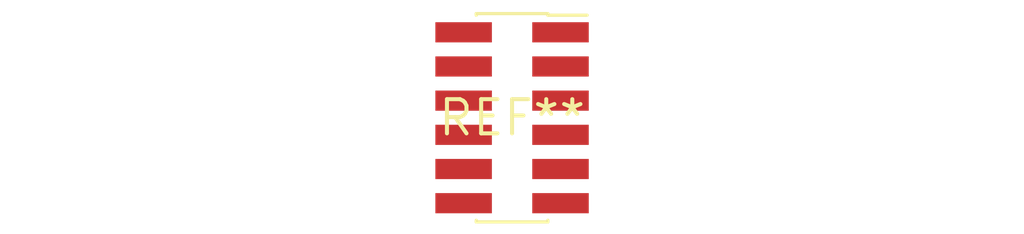
<source format=kicad_pcb>
(kicad_pcb (version 20240108) (generator pcbnew)
  (layers (0 "F.Cu" signal) (31 "B.Cu" signal) (34 "B.Paste" user) (35 "F.Paste" user) (36 "B.SilkS" user "B.Silkscreen") (37 "F.SilkS" user "F.Silkscreen") (38 "B.Mask" user) (39 "F.Mask" user) (44 "Edge.Cuts" user))
  (net 0 "")
  (footprint "PinSocket_2x06_P1.27mm_Vertical_SMD" (layer "F.Cu") (at 0 0)
    (property "Reference" "REF**")
    (property "Value" "PinSocket_2x06_P1.27mm_Vertical_SMD")
    (fp_line (start -1.33 -3.87) (end -1.33 -3.81) (layer "F.SilkS") (stroke (width 0.12)))
    (fp_line (start -1.33 -3.87) (end 1.33 -3.87) (layer "F.SilkS") (stroke (width 0.12)))
    (fp_line (start -1.33 3.81) (end -1.33 3.87) (layer "F.SilkS") (stroke (width 0.12)))
    (fp_line (start -1.33 3.87) (end 1.33 3.87) (layer "F.SilkS") (stroke (width 0.12)))
    (fp_line (start 1.33 -3.87) (end 1.33 -3.81) (layer "F.SilkS") (stroke (width 0.12)))
    (fp_line (start 1.33 -3.81) (end 2.79 -3.81) (layer "F.SilkS") (stroke (width 0.12)))
    (fp_line (start 1.33 3.81) (end 1.33 3.87) (layer "F.SilkS") (stroke (width 0.12)))
    (pad "1" smd rect (at 1.8 -3.175) (size 2.1 0.75) (layers "F.Cu" "F.Paste" "F.Mask"))
    (pad "2" smd rect (at -1.8 -3.175) (size 2.1 0.75) (layers "F.Cu" "F.Paste" "F.Mask"))
    (pad "3" smd rect (at 1.8 -1.905) (size 2.1 0.75) (layers "F.Cu" "F.Paste" "F.Mask"))
    (pad "4" smd rect (at -1.8 -1.905) (size 2.1 0.75) (layers "F.Cu" "F.Paste" "F.Mask"))
    (pad "5" smd rect (at 1.8 -0.635) (size 2.1 0.75) (layers "F.Cu" "F.Paste" "F.Mask"))
    (pad "6" smd rect (at -1.8 -0.635) (size 2.1 0.75) (layers "F.Cu" "F.Paste" "F.Mask"))
    (pad "7" smd rect (at 1.8 0.635) (size 2.1 0.75) (layers "F.Cu" "F.Paste" "F.Mask"))
    (pad "8" smd rect (at -1.8 0.635) (size 2.1 0.75) (layers "F.Cu" "F.Paste" "F.Mask"))
    (pad "9" smd rect (at 1.8 1.905) (size 2.1 0.75) (layers "F.Cu" "F.Paste" "F.Mask"))
    (pad "10" smd rect (at -1.8 1.905) (size 2.1 0.75) (layers "F.Cu" "F.Paste" "F.Mask"))
    (pad "11" smd rect (at 1.8 3.175) (size 2.1 0.75) (layers "F.Cu" "F.Paste" "F.Mask"))
    (pad "12" smd rect (at -1.8 3.175) (size 2.1 0.75) (layers "F.Cu" "F.Paste" "F.Mask"))
  )
)
</source>
